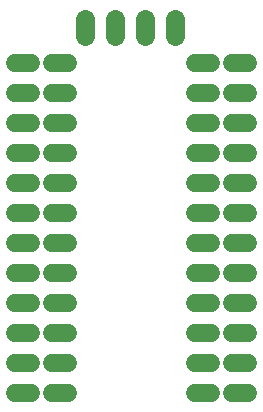
<source format=gbr>
G04 EAGLE Gerber RS-274X export*
G75*
%MOMM*%
%FSLAX34Y34*%
%LPD*%
%INSoldermask Top*%
%IPPOS*%
%AMOC8*
5,1,8,0,0,1.08239X$1,22.5*%
G01*
%ADD10C,1.524000*%
%ADD11C,1.625600*%


D10*
X9398Y289560D02*
X22606Y289560D01*
X22606Y264160D02*
X9398Y264160D01*
X9398Y137160D02*
X22606Y137160D01*
X22606Y111760D02*
X9398Y111760D01*
X9398Y238760D02*
X22606Y238760D01*
X22606Y213360D02*
X9398Y213360D01*
X9398Y162560D02*
X22606Y162560D01*
X22606Y187960D02*
X9398Y187960D01*
X9398Y86360D02*
X22606Y86360D01*
X22606Y60960D02*
X9398Y60960D01*
X9398Y35560D02*
X22606Y35560D01*
X22606Y10160D02*
X9398Y10160D01*
X161798Y10160D02*
X175006Y10160D01*
X175006Y35560D02*
X161798Y35560D01*
X161798Y60960D02*
X175006Y60960D01*
X175006Y86360D02*
X161798Y86360D01*
X161798Y111760D02*
X175006Y111760D01*
X175006Y137160D02*
X161798Y137160D01*
X161798Y162560D02*
X175006Y162560D01*
X175006Y187960D02*
X161798Y187960D01*
X161798Y213360D02*
X175006Y213360D01*
X175006Y238760D02*
X161798Y238760D01*
X161798Y264160D02*
X175006Y264160D01*
X175006Y289560D02*
X161798Y289560D01*
X53848Y289560D02*
X40640Y289560D01*
X40640Y264160D02*
X53848Y264160D01*
X53848Y137160D02*
X40640Y137160D01*
X40640Y111760D02*
X53848Y111760D01*
X53848Y238760D02*
X40640Y238760D01*
X40640Y213360D02*
X53848Y213360D01*
X53848Y162560D02*
X40640Y162560D01*
X40640Y187960D02*
X53848Y187960D01*
X53848Y86360D02*
X40640Y86360D01*
X40640Y60960D02*
X53848Y60960D01*
X53848Y35560D02*
X40640Y35560D01*
X40640Y10160D02*
X53848Y10160D01*
X193040Y10160D02*
X206248Y10160D01*
X206248Y35560D02*
X193040Y35560D01*
X193040Y60960D02*
X206248Y60960D01*
X206248Y86360D02*
X193040Y86360D01*
X193040Y111760D02*
X206248Y111760D01*
X206248Y137160D02*
X193040Y137160D01*
X193040Y162560D02*
X206248Y162560D01*
X206248Y187960D02*
X193040Y187960D01*
X193040Y213360D02*
X206248Y213360D01*
X206248Y238760D02*
X193040Y238760D01*
X193040Y264160D02*
X206248Y264160D01*
X206248Y289560D02*
X193040Y289560D01*
D11*
X119380Y312928D02*
X119380Y327152D01*
X144780Y327152D02*
X144780Y312928D01*
X68326Y312674D02*
X68326Y326898D01*
X93726Y326898D02*
X93726Y312674D01*
M02*

</source>
